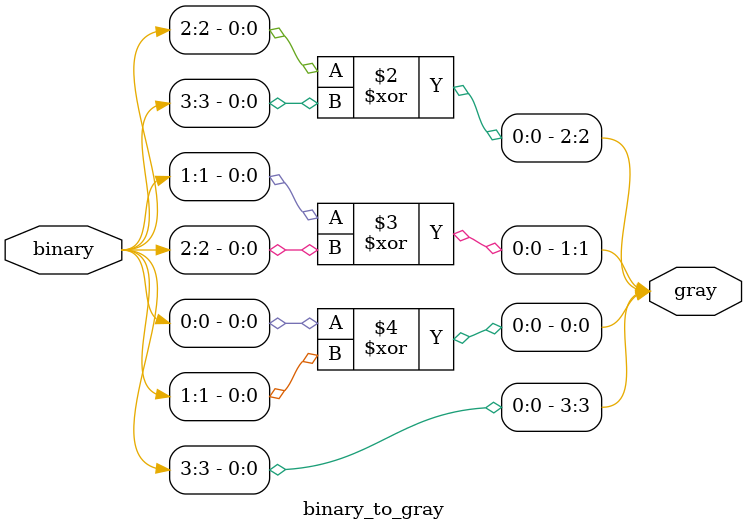
<source format=v>
module binary_to_gray(input wire [3:0]binary,
                      output reg [3:0]gray
               );
  always @(*) begin
    gray[3] = binary[3];
    gray[2] = binary[2] ^ binary[3];
    gray[1] = binary[1] ^ binary[2];
    gray[0] = binary[0] ^ binary[1];
  end 
  endmodule
    

</source>
